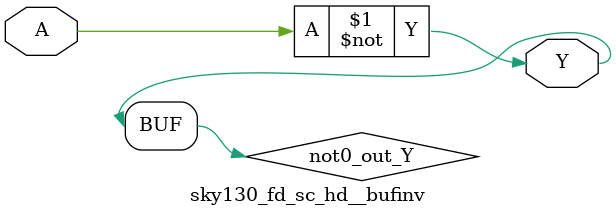
<source format=v>



module sky130_fd_sc_hd__bufinv (
    Y,
    A
);

    output Y;
    input  A;

    wire not0_out_Y;

    not not0 (not0_out_Y, A              );
    buf buf0 (Y         , not0_out_Y     );

endmodule

</source>
